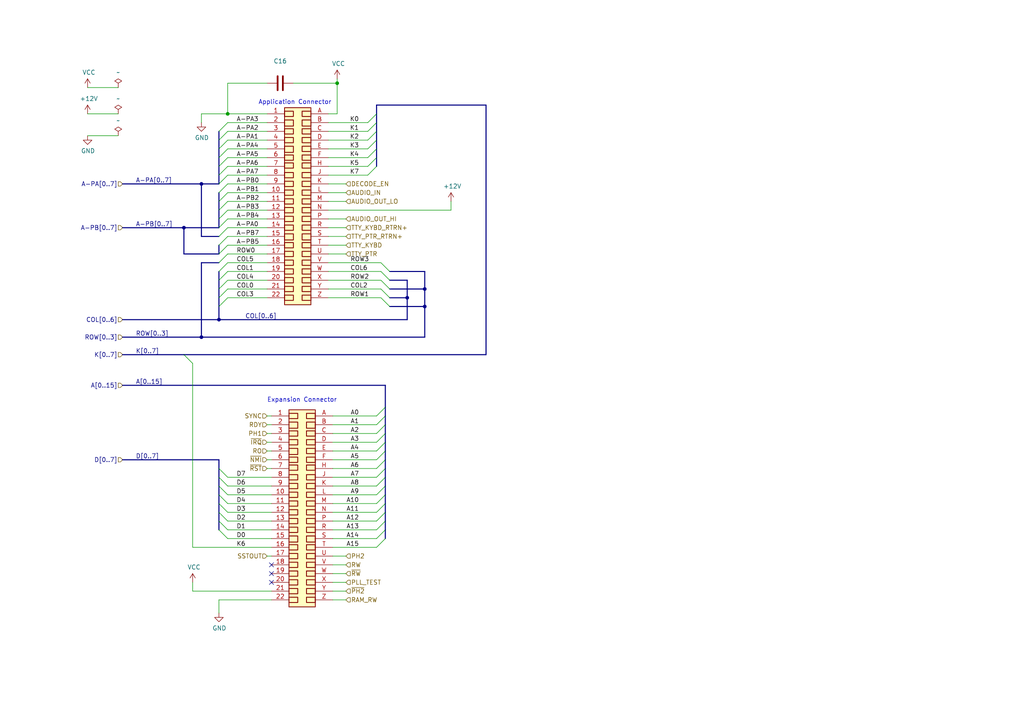
<source format=kicad_sch>
(kicad_sch (version 20211123) (generator eeschema)
  (paper "A4")
  (lib_symbols
    (symbol "Device:C" (pin_numbers hide) (pin_names (offset 0.254))
      (property "Reference" "C" (at 0.635 2.54 0))
      (property "Value" "C" (at 0.635 -2.54 0))
      (symbol "C_0_1"
        (polyline (pts (xy -2.032 -0.762) (xy 2.032 -0.762)) (stroke (width 0.508)))
        (polyline (pts (xy -2.032 0.762) (xy 2.032 0.762)) (stroke (width 0.508)))
      )
      (symbol "C_1_1"
        (pin passive line (at 0 3.81 270) (length 2.794) (name "~") (number "1"))
        (pin passive line (at 0 -3.81 90) (length 2.794) (name "~") (number "2"))
      )
    )
    (symbol "Kim1:EdgeConn44" (pin_names (offset 1.016))
      (property "Reference" "J" (at -0.254 29.464 0))
      (symbol "EdgeConn44_0_0"
        (pin passive line (at -8.89 26.67 0) (length 5.08) (name "~") (number "1"))
        (pin passive line (at -8.89 3.81 0) (length 5.08) (name "~") (number "10"))
        (pin passive line (at -8.89 1.27 0) (length 5.08) (name "~") (number "11"))
        (pin passive line (at -8.89 -1.27 0) (length 5.08) (name "~") (number "12"))
        (pin passive line (at -8.89 -3.81 0) (length 5.08) (name "~") (number "13"))
        (pin passive line (at -8.89 -6.35 0) (length 5.08) (name "~") (number "14"))
        (pin passive line (at -8.89 -8.89 0) (length 5.08) (name "~") (number "15"))
        (pin passive line (at -8.89 -11.43 0) (length 5.08) (name "~") (number "16"))
        (pin passive line (at -8.89 -13.97 0) (length 5.08) (name "~") (number "17"))
        (pin passive line (at -8.89 -16.51 0) (length 5.08) (name "~") (number "18"))
        (pin passive line (at -8.89 -19.05 0) (length 5.08) (name "~") (number "19"))
        (pin passive line (at -8.89 24.13 0) (length 5.08) (name "~") (number "2"))
        (pin passive line (at -8.89 -21.59 0) (length 5.08) (name "~") (number "20"))
        (pin passive line (at -8.89 -24.13 0) (length 5.08) (name "~") (number "21"))
        (pin passive line (at -8.89 -26.67 0) (length 5.08) (name "~") (number "22"))
        (pin passive line (at -8.89 21.59 0) (length 5.08) (name "~") (number "3"))
        (pin passive line (at -8.89 19.05 0) (length 5.08) (name "~") (number "4"))
        (pin passive line (at -8.89 16.51 0) (length 5.08) (name "~") (number "5"))
        (pin passive line (at -8.89 13.97 0) (length 5.08) (name "~") (number "6"))
        (pin passive line (at -8.89 11.43 0) (length 5.08) (name "~") (number "7"))
        (pin passive line (at -8.89 8.89 0) (length 5.08) (name "~") (number "8"))
        (pin passive line (at -8.89 6.35 0) (length 5.08) (name "~") (number "9"))
        (pin passive line (at 8.89 26.67 180) (length 5.08) (name "~") (number "A"))
        (pin passive line (at 8.89 24.13 180) (length 5.08) (name "~") (number "B"))
        (pin passive line (at 8.89 21.59 180) (length 5.08) (name "~") (number "C"))
        (pin passive line (at 8.89 19.05 180) (length 5.08) (name "~") (number "D"))
        (pin passive line (at 8.89 16.51 180) (length 5.08) (name "~") (number "E"))
        (pin passive line (at 8.89 13.97 180) (length 5.08) (name "~") (number "F"))
        (pin passive line (at 8.89 11.43 180) (length 5.08) (name "~") (number "H"))
        (pin passive line (at 8.89 8.89 180) (length 5.08) (name "~") (number "J"))
        (pin passive line (at 8.89 6.35 180) (length 5.08) (name "~") (number "K"))
        (pin passive line (at 8.89 3.81 180) (length 5.08) (name "~") (number "L"))
        (pin passive line (at 8.89 1.27 180) (length 5.08) (name "~") (number "M"))
        (pin passive line (at 8.89 -1.27 180) (length 5.08) (name "~") (number "N"))
        (pin passive line (at 8.89 -3.81 180) (length 5.08) (name "~") (number "P"))
        (pin passive line (at 8.89 -6.35 180) (length 5.08) (name "~") (number "R"))
        (pin passive line (at 8.89 -8.89 180) (length 5.08) (name "~") (number "S"))
        (pin passive line (at 8.89 -11.43 180) (length 5.08) (name "~") (number "T"))
        (pin passive line (at 8.89 -13.97 180) (length 5.08) (name "~") (number "U"))
        (pin passive line (at 8.89 -16.51 180) (length 5.08) (name "~") (number "V"))
        (pin passive line (at 8.89 -19.05 180) (length 5.08) (name "~") (number "W"))
        (pin passive line (at 8.89 -21.59 180) (length 5.08) (name "~") (number "X"))
        (pin passive line (at 8.89 -24.13 180) (length 5.08) (name "~") (number "Y"))
        (pin passive line (at 8.89 -26.67 180) (length 5.08) (name "~") (number "Z"))
      )
      (symbol "EdgeConn44_0_1"
        (rectangle (start -3.81 -25.908) (end -1.27 -27.432) (stroke (width 0.254)))
        (rectangle (start -3.81 -23.368) (end -1.27 -24.892) (stroke (width 0.254)))
        (rectangle (start -3.81 -20.828) (end -1.27 -22.352) (stroke (width 0.254)))
        (rectangle (start -3.81 -18.288) (end -1.27 -19.812) (stroke (width 0.254)))
        (rectangle (start -3.81 -15.748) (end -1.27 -17.272) (stroke (width 0.254)))
        (rectangle (start -3.81 -13.208) (end -1.27 -14.732) (stroke (width 0.254)))
        (rectangle (start -3.81 -10.668) (end -1.27 -12.192) (stroke (width 0.254)))
        (rectangle (start -3.81 -8.128) (end -1.27 -9.906) (stroke (width 0.254)))
        (rectangle (start -3.81 -5.588) (end -1.27 -7.112) (stroke (width 0.254)))
        (rectangle (start -3.81 -3.048) (end -1.27 -4.572) (stroke (width 0.254)))
        (rectangle (start -3.81 -0.508) (end -1.27 -2.032) (stroke (width 0.254)))
        (rectangle (start -3.81 2.032) (end -1.27 0.508) (stroke (width 0.254)))
        (rectangle (start -3.81 4.572) (end -1.27 3.048) (stroke (width 0.254)))
        (rectangle (start -3.81 7.112) (end -1.27 5.588) (stroke (width 0.254)))
        (rectangle (start -3.81 9.652) (end -1.27 8.128) (stroke (width 0.254)))
        (rectangle (start -3.81 12.446) (end -1.27 10.922) (stroke (width 0.254)))
        (rectangle (start -3.81 14.732) (end -1.27 13.208) (stroke (width 0.254)))
        (rectangle (start -3.81 17.272) (end -1.27 15.494) (stroke (width 0.254)))
        (rectangle (start -3.81 19.812) (end -1.27 18.288) (stroke (width 0.254)))
        (rectangle (start -3.81 22.352) (end -1.27 20.828) (stroke (width 0.254)))
        (rectangle (start -3.81 24.892) (end -1.27 23.114) (stroke (width 0.254)))
        (rectangle (start -3.81 28.448) (end 3.81 -28.702) (stroke (width 0.254)) (fill (type background)))
        (rectangle (start -1.27 27.432) (end -3.81 25.908) (stroke (width 0.254)))
        (rectangle (start 1.27 -25.908) (end 3.81 -27.432) (stroke (width 0.254)))
        (rectangle (start 1.27 -23.368) (end 3.81 -24.892) (stroke (width 0.254)))
        (rectangle (start 1.27 -20.828) (end 3.81 -22.352) (stroke (width 0.254)))
        (rectangle (start 1.27 -18.288) (end 3.81 -19.812) (stroke (width 0.254)))
        (rectangle (start 1.27 -15.748) (end 3.81 -17.272) (stroke (width 0.254)))
        (rectangle (start 1.27 -13.208) (end 3.81 -14.732) (stroke (width 0.254)))
        (rectangle (start 1.27 -10.668) (end 3.81 -12.192) (stroke (width 0.254)))
        (rectangle (start 1.27 -8.128) (end 3.81 -9.906) (stroke (width 0.254)))
        (rectangle (start 1.27 -5.588) (end 3.81 -7.112) (stroke (width 0.254)))
        (rectangle (start 1.27 -3.048) (end 3.81 -4.572) (stroke (width 0.254)))
        (rectangle (start 1.27 -0.508) (end 3.81 -2.032) (stroke (width 0.254)))
        (rectangle (start 1.27 2.032) (end 3.81 0.508) (stroke (width 0.254)))
        (rectangle (start 1.27 4.572) (end 3.81 3.048) (stroke (width 0.254)))
        (rectangle (start 1.27 7.112) (end 3.81 5.588) (stroke (width 0.254)))
        (rectangle (start 1.27 9.652) (end 3.81 8.128) (stroke (width 0.254)))
        (rectangle (start 1.27 12.446) (end 3.81 10.922) (stroke (width 0.254)))
        (rectangle (start 1.27 14.732) (end 3.81 13.208) (stroke (width 0.254)))
        (rectangle (start 1.27 17.272) (end 3.81 15.748) (stroke (width 0.254)))
        (rectangle (start 1.27 19.812) (end 3.81 18.288) (stroke (width 0.254)))
        (rectangle (start 1.27 22.352) (end 3.81 20.828) (stroke (width 0.254)))
        (rectangle (start 1.27 24.892) (end 3.81 23.114) (stroke (width 0.254)))
        (rectangle (start 1.27 27.432) (end 3.81 25.908) (stroke (width 0.254)))
      )
    )
    (symbol "power:+12V" (power) (pin_names (offset 0))
      (property "Value" "+12V" (at 0 3.556 0))
      (symbol "+12V_0_1"
        (polyline (pts (xy -0.762 1.27) (xy 0 2.54)))
        (polyline (pts (xy 0 0) (xy 0 2.54)))
        (polyline (pts (xy 0 2.54) (xy 0.762 1.27)))
      )
      (symbol "+12V_1_1"
        (pin power_in line (at 0 0 90) (length 0) hide (name "+12V") (number "1"))
      )
    )
    (symbol "power:GND" (power) (pin_names (offset 0))
      (property "Value" "GND" (at 0 -3.81 0))
      (symbol "GND_0_1"
        (polyline (pts (xy 0 0) (xy 0 -1.27) (xy 1.27 -1.27) (xy 0 -2.54) (xy -1.27 -1.27) (xy 0 -1.27)))
      )
      (symbol "GND_1_1"
        (pin power_in line (at 0 0 270) (length 0) hide (name "GND") (number "1"))
      )
    )
    (symbol "power:PWR_FLAG" (power) (pin_numbers hide) (pin_names (offset 0) hide)
      (property "Value" "PWR_FLAG" (at 0 3.81 0))
      (symbol "PWR_FLAG_0_0"
        (pin power_out line (at 0 0 90) (length 0) (name "pwr") (number "1"))
      )
      (symbol "PWR_FLAG_0_1"
        (polyline (pts (xy 0 0) (xy 0 1.27) (xy -1.016 1.905) (xy 0 2.54) (xy 1.016 1.905) (xy 0 1.27)))
      )
    )
    (symbol "power:VCC" (power) (pin_names (offset 0))
      (property "Value" "VCC" (at 0 3.81 0))
      (symbol "VCC_0_1"
        (polyline (pts (xy -0.762 1.27) (xy 0 2.54)))
        (polyline (pts (xy 0 0) (xy 0 2.54)))
        (polyline (pts (xy 0 2.54) (xy 0.762 1.27)))
      )
      (symbol "VCC_1_1"
        (pin power_in line (at 0 0 90) (length 0) hide (name "VCC") (number "1"))
      )
    )
  )
  (junction (at 66.04 33.02))
  (junction (at 63.5 92.71))
  (junction (at 58.42 97.79))
  (junction (at 118.11 86.36))
  (junction (at 58.42 53.34))
  (junction (at 53.34 66.04))
  (junction (at 123.19 83.82))
  (junction (at 97.79 24.13))
  (junction (at 123.19 88.9))
  (no_connect (at 78.74 163.83))
  (no_connect (at 78.74 166.37))
  (no_connect (at 78.74 168.91))
  (bus_entry (at 109.22 128.27) (size 2.54 -2.54))
  (bus_entry (at 63.5 86.36) (size 2.54 -2.54))
  (bus_entry (at 63.5 45.72) (size 2.54 -2.54))
  (bus_entry (at 63.5 38.1) (size 2.54 -2.54))
  (bus_entry (at 63.5 153.67) (size 2.54 2.54))
  (bus_entry (at 113.03 81.28) (size -2.54 -2.54))
  (bus_entry (at 109.22 156.21) (size 2.54 -2.54))
  (bus_entry (at 109.22 153.67) (size 2.54 -2.54))
  (bus_entry (at 113.03 83.82) (size -2.54 -2.54))
  (bus_entry (at 113.03 88.9) (size -2.54 -2.54))
  (bus_entry (at 109.22 35.56) (size -2.54 2.54))
  (bus_entry (at 63.5 55.88) (size 2.54 -2.54))
  (bus_entry (at 63.5 73.66) (size 2.54 -2.54))
  (bus_entry (at 109.22 38.1) (size -2.54 2.54))
  (bus_entry (at 63.5 66.04) (size 2.54 -2.54))
  (bus_entry (at 53.34 102.87) (size 2.54 2.54))
  (bus_entry (at 109.22 130.81) (size 2.54 -2.54))
  (bus_entry (at 63.5 78.74) (size 2.54 -2.54))
  (bus_entry (at 63.5 50.8) (size 2.54 -2.54))
  (bus_entry (at 63.5 60.96) (size 2.54 -2.54))
  (bus_entry (at 109.22 151.13) (size 2.54 -2.54))
  (bus_entry (at 109.22 125.73) (size 2.54 -2.54))
  (bus_entry (at 109.22 40.64) (size -2.54 2.54))
  (bus_entry (at 63.5 71.12) (size 2.54 -2.54))
  (bus_entry (at 63.5 68.58) (size 2.54 -2.54))
  (bus_entry (at 109.22 48.26) (size -2.54 2.54))
  (bus_entry (at 63.5 53.34) (size 2.54 -2.54))
  (bus_entry (at 63.5 81.28) (size 2.54 -2.54))
  (bus_entry (at 109.22 45.72) (size -2.54 2.54))
  (bus_entry (at 63.5 48.26) (size 2.54 -2.54))
  (bus_entry (at 63.5 76.2) (size 2.54 -2.54))
  (bus_entry (at 63.5 83.82) (size 2.54 -2.54))
  (bus_entry (at 63.5 138.43) (size 2.54 2.54))
  (bus_entry (at 63.5 58.42) (size 2.54 -2.54))
  (bus_entry (at 63.5 140.97) (size 2.54 2.54))
  (bus_entry (at 63.5 63.5) (size 2.54 -2.54))
  (bus_entry (at 109.22 138.43) (size 2.54 -2.54))
  (bus_entry (at 109.22 120.65) (size 2.54 -2.54))
  (bus_entry (at 63.5 88.9) (size 2.54 -2.54))
  (bus_entry (at 109.22 143.51) (size 2.54 -2.54))
  (bus_entry (at 109.22 146.05) (size 2.54 -2.54))
  (bus_entry (at 109.22 135.89) (size 2.54 -2.54))
  (bus_entry (at 109.22 148.59) (size 2.54 -2.54))
  (bus_entry (at 109.22 133.35) (size 2.54 -2.54))
  (bus_entry (at 109.22 33.02) (size -2.54 2.54))
  (bus_entry (at 63.5 151.13) (size 2.54 2.54))
  (bus_entry (at 63.5 146.05) (size 2.54 2.54))
  (bus_entry (at 63.5 135.89) (size 2.54 2.54))
  (bus_entry (at 109.22 123.19) (size 2.54 -2.54))
  (bus_entry (at 109.22 158.75) (size 2.54 -2.54))
  (bus_entry (at 113.03 78.74) (size -2.54 -2.54))
  (bus_entry (at 63.5 43.18) (size 2.54 -2.54))
  (bus_entry (at 109.22 140.97) (size 2.54 -2.54))
  (bus_entry (at 113.03 86.36) (size -2.54 -2.54))
  (bus_entry (at 63.5 148.59) (size 2.54 2.54))
  (bus_entry (at 63.5 143.51) (size 2.54 2.54))
  (bus_entry (at 63.5 40.64) (size 2.54 -2.54))
  (bus_entry (at 109.22 43.18) (size -2.54 2.54))
  (wire (pts (xy 110.49 78.74) (xy 95.25 78.74)))
  (wire (pts (xy 66.04 50.8) (xy 77.47 50.8)))
  (wire (pts (xy 96.52 158.75) (xy 109.22 158.75)))
  (bus (pts (xy 111.76 118.11) (xy 111.76 120.65)))
  (bus (pts (xy 111.76 111.76) (xy 111.76 118.11)))
  (wire (pts (xy 78.74 138.43) (xy 66.04 138.43)))
  (bus (pts (xy 53.34 66.04) (xy 35.56 66.04)))
  (wire (pts (xy 25.4 39.37) (xy 34.29 39.37)))
  (wire (pts (xy 100.33 58.42) (xy 95.25 58.42)))
  (wire (pts (xy 77.47 133.35) (xy 78.74 133.35)))
  (wire (pts (xy 77.47 128.27) (xy 78.74 128.27)))
  (bus (pts (xy 35.56 111.76) (xy 111.76 111.76)))
  (bus (pts (xy 63.5 81.28) (xy 63.5 83.82)))
  (bus (pts (xy 63.5 133.35) (xy 35.56 133.35)))
  (wire (pts (xy 96.52 153.67) (xy 109.22 153.67)))
  (bus (pts (xy 113.03 78.74) (xy 123.19 78.74)))
  (wire (pts (xy 78.74 158.75) (xy 55.88 158.75)))
  (wire (pts (xy 63.5 173.99) (xy 63.5 177.8)))
  (bus (pts (xy 63.5 60.96) (xy 63.5 63.5)))
  (bus (pts (xy 63.5 83.82) (xy 63.5 86.36)))
  (wire (pts (xy 109.22 140.97) (xy 96.52 140.97)))
  (wire (pts (xy 66.04 71.12) (xy 77.47 71.12)))
  (wire (pts (xy 106.68 38.1) (xy 95.25 38.1)))
  (wire (pts (xy 100.33 68.58) (xy 95.25 68.58)))
  (wire (pts (xy 66.04 86.36) (xy 77.47 86.36)))
  (wire (pts (xy 100.33 53.34) (xy 95.25 53.34)))
  (bus (pts (xy 109.22 45.72) (xy 109.22 48.26)))
  (wire (pts (xy 66.04 43.18) (xy 77.47 43.18)))
  (wire (pts (xy 85.09 24.13) (xy 97.79 24.13)))
  (bus (pts (xy 113.03 88.9) (xy 123.19 88.9)))
  (bus (pts (xy 35.56 102.87) (xy 53.34 102.87)))
  (wire (pts (xy 100.33 161.29) (xy 96.52 161.29)))
  (bus (pts (xy 63.5 148.59) (xy 63.5 151.13)))
  (bus (pts (xy 63.5 66.04) (xy 53.34 66.04)))
  (bus (pts (xy 63.5 138.43) (xy 63.5 140.97)))
  (wire (pts (xy 66.04 58.42) (xy 77.47 58.42)))
  (bus (pts (xy 123.19 97.79) (xy 58.42 97.79)))
  (wire (pts (xy 25.4 33.02) (xy 34.29 33.02)))
  (wire (pts (xy 78.74 130.81) (xy 77.47 130.81)))
  (bus (pts (xy 111.76 125.73) (xy 111.76 128.27)))
  (wire (pts (xy 100.33 66.04) (xy 95.25 66.04)))
  (wire (pts (xy 25.4 25.4) (xy 34.29 25.4)))
  (wire (pts (xy 66.04 76.2) (xy 77.47 76.2)))
  (wire (pts (xy 66.04 66.04) (xy 77.47 66.04)))
  (wire (pts (xy 110.49 81.28) (xy 95.25 81.28)))
  (wire (pts (xy 66.04 24.13) (xy 66.04 33.02)))
  (wire (pts (xy 66.04 40.64) (xy 77.47 40.64)))
  (bus (pts (xy 63.5 53.34) (xy 58.42 53.34)))
  (wire (pts (xy 100.33 166.37) (xy 96.52 166.37)))
  (wire (pts (xy 58.42 33.02) (xy 58.42 35.56)))
  (wire (pts (xy 78.74 151.13) (xy 66.04 151.13)))
  (wire (pts (xy 66.04 68.58) (xy 77.47 68.58)))
  (wire (pts (xy 96.52 123.19) (xy 109.22 123.19)))
  (wire (pts (xy 97.79 24.13) (xy 97.79 33.02)))
  (wire (pts (xy 100.33 71.12) (xy 95.25 71.12)))
  (wire (pts (xy 106.68 35.56) (xy 95.25 35.56)))
  (wire (pts (xy 130.81 58.42) (xy 130.81 60.96)))
  (wire (pts (xy 95.25 33.02) (xy 97.79 33.02)))
  (wire (pts (xy 106.68 50.8) (xy 95.25 50.8)))
  (bus (pts (xy 63.5 146.05) (xy 63.5 148.59)))
  (wire (pts (xy 96.52 128.27) (xy 109.22 128.27)))
  (wire (pts (xy 106.68 45.72) (xy 95.25 45.72)))
  (bus (pts (xy 63.5 68.58) (xy 58.42 68.58)))
  (wire (pts (xy 109.22 130.81) (xy 96.52 130.81)))
  (wire (pts (xy 66.04 83.82) (xy 77.47 83.82)))
  (bus (pts (xy 63.5 86.36) (xy 63.5 88.9)))
  (bus (pts (xy 53.34 102.87) (xy 140.97 102.87)))
  (bus (pts (xy 111.76 120.65) (xy 111.76 123.19)))
  (bus (pts (xy 111.76 130.81) (xy 111.76 133.35)))
  (bus (pts (xy 63.5 38.1) (xy 63.5 40.64)))
  (wire (pts (xy 96.52 148.59) (xy 109.22 148.59)))
  (wire (pts (xy 109.22 156.21) (xy 96.52 156.21)))
  (wire (pts (xy 109.22 135.89) (xy 96.52 135.89)))
  (wire (pts (xy 55.88 171.45) (xy 55.88 168.91)))
  (bus (pts (xy 109.22 40.64) (xy 109.22 43.18)))
  (wire (pts (xy 78.74 120.65) (xy 77.47 120.65)))
  (wire (pts (xy 66.04 63.5) (xy 77.47 63.5)))
  (bus (pts (xy 140.97 30.48) (xy 140.97 102.87)))
  (wire (pts (xy 78.74 171.45) (xy 55.88 171.45)))
  (wire (pts (xy 109.22 125.73) (xy 96.52 125.73)))
  (wire (pts (xy 100.33 63.5) (xy 95.25 63.5)))
  (wire (pts (xy 66.04 53.34) (xy 77.47 53.34)))
  (wire (pts (xy 78.74 153.67) (xy 66.04 153.67)))
  (wire (pts (xy 78.74 146.05) (xy 66.04 146.05)))
  (wire (pts (xy 110.49 86.36) (xy 95.25 86.36)))
  (wire (pts (xy 78.74 135.89) (xy 77.47 135.89)))
  (wire (pts (xy 66.04 35.56) (xy 77.47 35.56)))
  (wire (pts (xy 95.25 60.96) (xy 130.81 60.96)))
  (bus (pts (xy 63.5 58.42) (xy 63.5 60.96)))
  (wire (pts (xy 110.49 76.2) (xy 95.25 76.2)))
  (wire (pts (xy 78.74 156.21) (xy 66.04 156.21)))
  (bus (pts (xy 118.11 86.36) (xy 118.11 81.28)))
  (wire (pts (xy 106.68 43.18) (xy 95.25 43.18)))
  (wire (pts (xy 100.33 171.45) (xy 96.52 171.45)))
  (bus (pts (xy 63.5 133.35) (xy 63.5 135.89)))
  (bus (pts (xy 58.42 53.34) (xy 58.42 68.58)))
  (wire (pts (xy 66.04 33.02) (xy 58.42 33.02)))
  (bus (pts (xy 111.76 133.35) (xy 111.76 135.89)))
  (bus (pts (xy 63.5 40.64) (xy 63.5 43.18)))
  (wire (pts (xy 97.79 22.86) (xy 97.79 24.13)))
  (bus (pts (xy 63.5 92.71) (xy 118.11 92.71)))
  (bus (pts (xy 63.5 135.89) (xy 63.5 138.43)))
  (wire (pts (xy 78.74 140.97) (xy 66.04 140.97)))
  (wire (pts (xy 96.52 133.35) (xy 109.22 133.35)))
  (wire (pts (xy 66.04 143.51) (xy 78.74 143.51)))
  (wire (pts (xy 66.04 55.88) (xy 77.47 55.88)))
  (wire (pts (xy 78.74 173.99) (xy 63.5 173.99)))
  (wire (pts (xy 96.52 138.43) (xy 109.22 138.43)))
  (bus (pts (xy 63.5 76.2) (xy 58.42 76.2)))
  (bus (pts (xy 63.5 48.26) (xy 63.5 50.8)))
  (wire (pts (xy 106.68 48.26) (xy 95.25 48.26)))
  (wire (pts (xy 100.33 55.88) (xy 95.25 55.88)))
  (bus (pts (xy 111.76 146.05) (xy 111.76 148.59)))
  (wire (pts (xy 66.04 38.1) (xy 77.47 38.1)))
  (wire (pts (xy 78.74 148.59) (xy 66.04 148.59)))
  (bus (pts (xy 113.03 81.28) (xy 118.11 81.28)))
  (bus (pts (xy 63.5 50.8) (xy 63.5 53.34)))
  (bus (pts (xy 111.76 135.89) (xy 111.76 138.43)))
  (wire (pts (xy 96.52 143.51) (xy 109.22 143.51)))
  (bus (pts (xy 111.76 123.19) (xy 111.76 125.73)))
  (wire (pts (xy 66.04 73.66) (xy 77.47 73.66)))
  (bus (pts (xy 53.34 66.04) (xy 53.34 73.66)))
  (wire (pts (xy 55.88 158.75) (xy 55.88 105.41)))
  (wire (pts (xy 77.47 33.02) (xy 66.04 33.02)))
  (bus (pts (xy 113.03 83.82) (xy 123.19 83.82)))
  (bus (pts (xy 111.76 153.67) (xy 111.76 156.21)))
  (wire (pts (xy 77.47 123.19) (xy 78.74 123.19)))
  (wire (pts (xy 77.47 24.13) (xy 66.04 24.13)))
  (wire (pts (xy 100.33 173.99) (xy 96.52 173.99)))
  (bus (pts (xy 63.5 63.5) (xy 63.5 66.04)))
  (bus (pts (xy 63.5 45.72) (xy 63.5 48.26)))
  (wire (pts (xy 66.04 81.28) (xy 77.47 81.28)))
  (bus (pts (xy 109.22 43.18) (xy 109.22 45.72)))
  (bus (pts (xy 123.19 83.82) (xy 123.19 88.9)))
  (bus (pts (xy 111.76 143.51) (xy 111.76 146.05)))
  (wire (pts (xy 106.68 40.64) (xy 95.25 40.64)))
  (bus (pts (xy 123.19 88.9) (xy 123.19 97.79)))
  (bus (pts (xy 58.42 76.2) (xy 58.42 97.79)))
  (bus (pts (xy 111.76 140.97) (xy 111.76 143.51)))
  (bus (pts (xy 63.5 140.97) (xy 63.5 143.51)))
  (wire (pts (xy 66.04 60.96) (xy 77.47 60.96)))
  (wire (pts (xy 109.22 120.65) (xy 96.52 120.65)))
  (bus (pts (xy 113.03 86.36) (xy 118.11 86.36)))
  (wire (pts (xy 78.74 161.29) (xy 77.47 161.29)))
  (bus (pts (xy 111.76 128.27) (xy 111.76 130.81)))
  (bus (pts (xy 111.76 138.43) (xy 111.76 140.97)))
  (bus (pts (xy 58.42 97.79) (xy 35.56 97.79)))
  (bus (pts (xy 63.5 143.51) (xy 63.5 146.05)))
  (wire (pts (xy 110.49 83.82) (xy 95.25 83.82)))
  (bus (pts (xy 63.5 92.71) (xy 35.56 92.71)))
  (bus (pts (xy 109.22 30.48) (xy 109.22 33.02)))
  (wire (pts (xy 78.74 125.73) (xy 77.47 125.73)))
  (wire (pts (xy 66.04 78.74) (xy 77.47 78.74)))
  (wire (pts (xy 66.04 48.26) (xy 77.47 48.26)))
  (bus (pts (xy 63.5 151.13) (xy 63.5 153.67)))
  (bus (pts (xy 109.22 33.02) (xy 109.22 35.56)))
  (bus (pts (xy 63.5 55.88) (xy 63.5 58.42)))
  (wire (pts (xy 100.33 73.66) (xy 95.25 73.66)))
  (bus (pts (xy 109.22 35.56) (xy 109.22 38.1)))
  (bus (pts (xy 63.5 73.66) (xy 53.34 73.66)))
  (wire (pts (xy 100.33 163.83) (xy 96.52 163.83)))
  (bus (pts (xy 111.76 148.59) (xy 111.76 151.13)))
  (bus (pts (xy 63.5 78.74) (xy 63.5 81.28)))
  (wire (pts (xy 100.33 168.91) (xy 96.52 168.91)))
  (bus (pts (xy 109.22 30.48) (xy 140.97 30.48)))
  (wire (pts (xy 109.22 146.05) (xy 96.52 146.05)))
  (bus (pts (xy 111.76 151.13) (xy 111.76 153.67)))
  (bus (pts (xy 63.5 71.12) (xy 63.5 73.66)))
  (bus (pts (xy 63.5 43.18) (xy 63.5 45.72)))
  (wire (pts (xy 109.22 151.13) (xy 96.52 151.13)))
  (wire (pts (xy 66.04 45.72) (xy 77.47 45.72)))
  (bus (pts (xy 123.19 78.74) (xy 123.19 83.82)))
  (bus (pts (xy 35.56 53.34) (xy 58.42 53.34)))
  (bus (pts (xy 63.5 88.9) (xy 63.5 92.71)))
  (bus (pts (xy 109.22 38.1) (xy 109.22 40.64)))
  (bus (pts (xy 118.11 92.71) (xy 118.11 86.36)))
  (text "Expansion Connector" (at 77.47 116.84 0) (effects (font (size 1.27 1.27)) (justify left bottom)))
  (text "Application Connector" (at 74.93 30.48 0) (effects (font (size 1.27 1.27)) (justify left bottom)))
  (label "COL[0..6]" (at 71.12 92.71 0))
  (label "D4" (at 68.58 146.05 0))
  (label "ROW[0..3]" (at 39.37 97.79 0))
  (label "A0" (at 104.14 120.65 180))
  (label "K5" (at 104.14 48.26 180))
  (label "COL0" (at 68.58 83.82 0))
  (label "A8" (at 104.14 140.97 180))
  (label "A-PA3" (at 68.58 35.56 0))
  (label "ROW2" (at 101.6 81.28 0))
  (label "A[0..15]" (at 39.37 111.76 0))
  (label "A14" (at 104.14 156.21 180))
  (label "A-PB[0..7]" (at 39.37 66.04 0))
  (label "A-PB3" (at 68.58 60.96 0))
  (label "A-PB7" (at 68.58 68.58 0))
  (label "K1" (at 104.14 38.1 180))
  (label "A6" (at 104.14 135.89 180))
  (label "A-PA1" (at 68.58 40.64 0))
  (label "A-PA0" (at 68.58 66.04 0))
  (label "A15" (at 104.14 158.75 180))
  (label "K0" (at 104.14 35.56 180))
  (label "A13" (at 104.14 153.67 180))
  (label "COL4" (at 68.58 81.28 0))
  (label "COL5" (at 68.58 76.2 0))
  (label "A-PA6" (at 68.58 48.26 0))
  (label "A-PA2" (at 68.58 38.1 0))
  (label "K3" (at 104.14 43.18 180))
  (label "A-PB2" (at 68.58 58.42 0))
  (label "D1" (at 68.58 153.67 0))
  (label "K7" (at 104.14 50.8 180))
  (label "A12" (at 104.14 151.13 180))
  (label "D3" (at 68.58 148.59 0))
  (label "A11" (at 104.14 148.59 180))
  (label "A-PB1" (at 68.58 55.88 0))
  (label "D5" (at 68.58 143.51 0))
  (label "A-PA4" (at 68.58 43.18 0))
  (label "A-PA7" (at 68.58 50.8 0))
  (label "COL6" (at 101.6 78.74 0))
  (label "ROW1" (at 101.6 86.36 0))
  (label "A9" (at 104.14 143.51 180))
  (label "A10" (at 104.14 146.05 180))
  (label "A3" (at 104.14 128.27 180))
  (label "K[0..7]" (at 39.37 102.87 0))
  (label "COL3" (at 68.58 86.36 0))
  (label "A4" (at 104.14 130.81 180))
  (label "A-PB0" (at 68.58 53.34 0))
  (label "A7" (at 104.14 138.43 180))
  (label "COL1" (at 68.58 78.74 0))
  (label "ROW0" (at 68.58 73.66 0))
  (label "A1" (at 104.14 123.19 180))
  (label "COL2" (at 101.6 83.82 0))
  (label "D6" (at 68.58 140.97 0))
  (label "A2" (at 104.14 125.73 180))
  (label "D2" (at 68.58 151.13 0))
  (label "A5" (at 104.14 133.35 180))
  (label "D[0..7]" (at 39.37 133.35 0))
  (label "A-PA5" (at 68.58 45.72 0))
  (label "ROW3" (at 101.6 76.2 0))
  (label "K2" (at 104.14 40.64 180))
  (label "D7" (at 68.58 138.43 0))
  (label "K4" (at 104.14 45.72 180))
  (label "D0" (at 68.58 156.21 0))
  (label "A-PA[0..7]" (at 39.37 53.34 0))
  (label "A-PB4" (at 68.58 63.5 0))
  (label "A-PB5" (at 68.58 71.12 0))
  (label "K6" (at 68.58 158.75 0))
  (hierarchical_label "RDY" (shape input) (at 77.47 123.19 180))
  (hierarchical_label "K[0..7]" (shape input) (at 35.56 102.87 180))
  (hierarchical_label "AUDIO_IN" (shape input) (at 100.33 55.88 0))
  (hierarchical_label "PH2" (shape input) (at 100.33 161.29 0))
  (hierarchical_label "RAM_RW" (shape input) (at 100.33 173.99 0))
  (hierarchical_label "PLL_TEST" (shape input) (at 100.33 168.91 0))
  (hierarchical_label "DECODE_EN" (shape input) (at 100.33 53.34 0))
  (hierarchical_label "PH1" (shape input) (at 77.47 125.73 180))
  (hierarchical_label "AUDIO_OUT_HI" (shape input) (at 100.33 63.5 0))
  (hierarchical_label "~{RW}" (shape input) (at 100.33 166.37 0))
  (hierarchical_label "SYNC" (shape input) (at 77.47 120.65 180))
  (hierarchical_label "TTY_KYBD" (shape input) (at 100.33 71.12 0))
  (hierarchical_label "SSTOUT" (shape input) (at 77.47 161.29 180))
  (hierarchical_label "~{IRQ}" (shape input) (at 77.47 128.27 180))
  (hierarchical_label "~{RST}" (shape input) (at 77.47 135.89 180))
  (hierarchical_label "~{NMI}" (shape input) (at 77.47 133.35 180))
  (hierarchical_label "AUDIO_OUT_LO" (shape input) (at 100.33 58.42 0))
  (hierarchical_label "TTY_PTR" (shape input) (at 100.33 73.66 0))
  (hierarchical_label "RO" (shape input) (at 77.47 130.81 180))
  (hierarchical_label "A-PB[0..7]" (shape input) (at 35.56 66.04 180))
  (hierarchical_label "A[0..15]" (shape input) (at 35.56 111.76 180))
  (hierarchical_label "ROW[0..3]" (shape input) (at 35.56 97.79 180))
  (hierarchical_label "A-PA[0..7]" (shape input) (at 35.56 53.34 180))
  (hierarchical_label "D[0..7]" (shape input) (at 35.56 133.35 180))
  (hierarchical_label "~{PH2}" (shape input) (at 100.33 171.45 0))
  (hierarchical_label "COL[0..6]" (shape input) (at 35.56 92.71 180))
  (hierarchical_label "TTY_PTR_RTRN+" (shape input) (at 100.33 68.58 0))
  (hierarchical_label "RW" (shape input) (at 100.33 163.83 0))
  (hierarchical_label "TTY_KYBD_RTRN+" (shape input) (at 100.33 66.04 0))
  (symbol (lib_id "Device:C") (at 81.28 24.13 270) (unit 1)
    (property "Reference" "C16" (at 81.28 17.7292 90))
  )
  (symbol (lib_id "Kim1:EdgeConn44") (at 86.36 59.69 0) (unit 1)
    (property "Reference" "J601" (effects hide))
  )
  (symbol (lib_id "Kim1:EdgeConn44") (at 87.63 147.32 0) (unit 1)
    (property "Reference" "J602" (effects hide))
  )
  (symbol (lib_id "power:GND") (at 58.42 35.56 0) (unit 1)
    (property "Reference" "#PWR0144" (effects hide))
  )
  (symbol (lib_id "power:VCC") (at 97.79 22.86 0) (unit 1)
    (property "Reference" "#PWR0145" (effects hide))
  )
  (symbol (lib_id "power:GND") (at 63.5 177.8 0) (unit 1)
    (property "Reference" "#PWR0146" (effects hide))
  )
  (symbol (lib_id "power:VCC") (at 55.88 168.91 0) (unit 1)
    (property "Reference" "#PWR0147" (effects hide))
  )
  (symbol (lib_id "power:+12V") (at 130.81 58.42 0) (unit 1)
    (property "Reference" "#PWR0148" (effects hide))
  )
  (symbol (lib_id "power:VCC") (at 25.4 25.4 0) (unit 1)
    (property "Reference" "#PWR0157" (effects hide))
  )
  (symbol (lib_id "power:PWR_FLAG") (at 34.29 25.4 0) (unit 1)
    (property "Reference" "#FLG0101" (effects hide))
  )
  (symbol (lib_id "power:+12V") (at 25.4 33.02 0) (unit 1)
    (property "Reference" "#PWR0158" (effects hide))
  )
  (symbol (lib_id "power:PWR_FLAG") (at 34.29 33.02 0) (unit 1)
    (property "Reference" "#FLG0102" (effects hide))
  )
  (symbol (lib_id "power:GND") (at 25.4 39.37 0) (unit 1)
    (property "Reference" "#PWR0159" (effects hide))
  )
  (symbol (lib_id "power:PWR_FLAG") (at 34.29 39.37 0) (unit 1)
    (property "Reference" "#FLG0103" (effects hide))
  )
)
</source>
